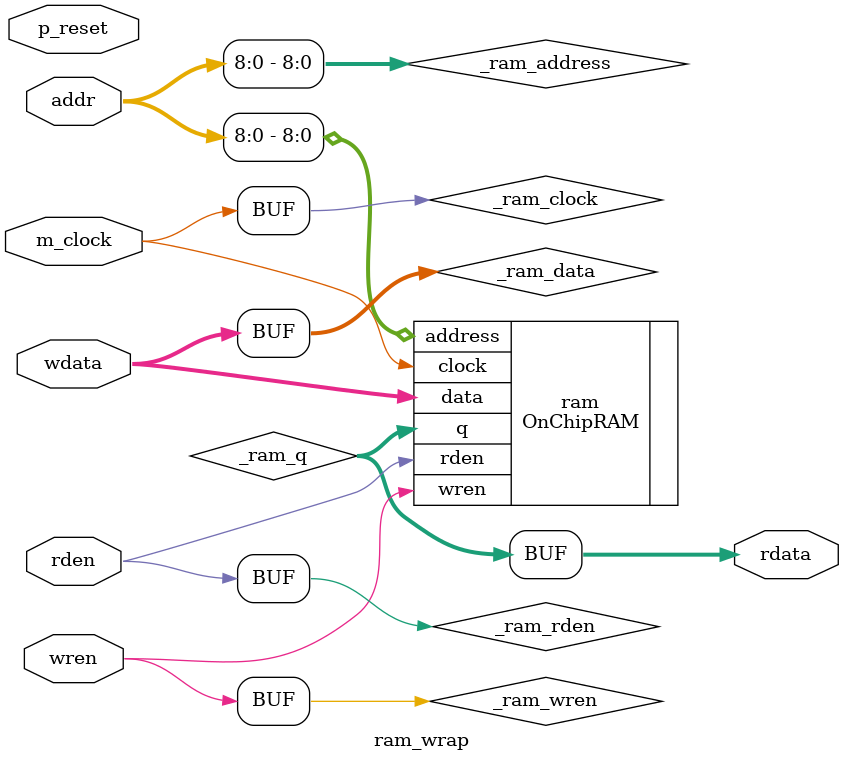
<source format=v>

/*Produced by NSL Core(version=20171221), IP ARCH, Inc. Sun Feb 25 14:58:55 2018
 Licensed to :EVALUATION USER*/
/*
 DO NOT USE ANY PART OF THIS FILE FOR COMMERCIAL PRODUCTS. 
*/

module ram_wrap ( p_reset , m_clock , addr , wdata , rden , wren , rdata );
  input p_reset, m_clock;
  wire p_reset, m_clock;
  input [31:0] addr;
  wire [31:0] addr;
  input [31:0] wdata;
  wire [31:0] wdata;
  input rden;
  wire rden;
  input wren;
  wire wren;
  output [31:0] rdata;
  wire [31:0] rdata;
  wire _ram_clock;
  wire [8:0] _ram_address;
  wire [31:0] _ram_data;
  wire _ram_rden;
  wire _ram_wren;
  wire [31:0] _ram_q;
OnChipRAM ram (.q(_ram_q), .clock(_ram_clock), .address(_ram_address), .data(_ram_data), .rden(_ram_rden), .wren(_ram_wren));

   assign  _ram_clock = m_clock;
   assign  _ram_address = (addr[8:0]);
   assign  _ram_data = wdata;
   assign  _ram_rden = rden;
   assign  _ram_wren = wren;
   assign  rdata = _ram_q;
endmodule

/*Produced by NSL Core(version=20171221), IP ARCH, Inc. Sun Feb 25 14:58:55 2018
 Licensed to :EVALUATION USER*/

</source>
